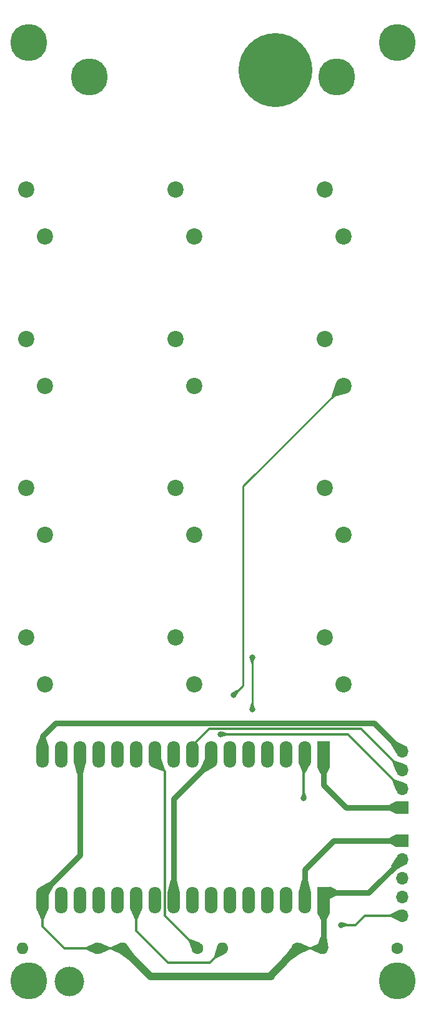
<source format=gbl>
G04 #@! TF.GenerationSoftware,KiCad,Pcbnew,7.0.5*
G04 #@! TF.CreationDate,2023-07-05T20:45:45+08:00*
G04 #@! TF.ProjectId,exMoudle,65784d6f-7564-46c6-952e-6b696361645f,rev?*
G04 #@! TF.SameCoordinates,PX4433b78PY969def3*
G04 #@! TF.FileFunction,Copper,L2,Bot*
G04 #@! TF.FilePolarity,Positive*
%FSLAX45Y45*%
G04 Gerber Fmt 4.5, Leading zero omitted, Abs format (unit mm)*
G04 Created by KiCad (PCBNEW 7.0.5) date 2023-07-05 20:45:45*
%MOMM*%
%LPD*%
G01*
G04 APERTURE LIST*
G04 #@! TA.AperFunction,ComponentPad*
%ADD10C,2.200000*%
G04 #@! TD*
G04 #@! TA.AperFunction,ComponentPad*
%ADD11C,1.600000*%
G04 #@! TD*
G04 #@! TA.AperFunction,ComponentPad*
%ADD12O,1.600000X1.600000*%
G04 #@! TD*
G04 #@! TA.AperFunction,ComponentPad*
%ADD13C,5.000000*%
G04 #@! TD*
G04 #@! TA.AperFunction,ComponentPad*
%ADD14R,1.700000X1.700000*%
G04 #@! TD*
G04 #@! TA.AperFunction,ComponentPad*
%ADD15O,1.700000X1.700000*%
G04 #@! TD*
G04 #@! TA.AperFunction,ComponentPad*
%ADD16R,1.712000X3.644000*%
G04 #@! TD*
G04 #@! TA.AperFunction,ComponentPad*
%ADD17O,1.712000X3.644000*%
G04 #@! TD*
G04 #@! TA.AperFunction,ComponentPad*
%ADD18O,1.700000X3.644000*%
G04 #@! TD*
G04 #@! TA.AperFunction,ViaPad*
%ADD19C,4.000000*%
G04 #@! TD*
G04 #@! TA.AperFunction,ViaPad*
%ADD20C,5.000000*%
G04 #@! TD*
G04 #@! TA.AperFunction,ViaPad*
%ADD21C,10.000000*%
G04 #@! TD*
G04 #@! TA.AperFunction,ViaPad*
%ADD22C,0.800000*%
G04 #@! TD*
G04 #@! TA.AperFunction,Conductor*
%ADD23C,0.800000*%
G04 #@! TD*
G04 #@! TA.AperFunction,Conductor*
%ADD24C,0.300000*%
G04 #@! TD*
G04 #@! TA.AperFunction,Conductor*
%ADD25C,1.000000*%
G04 #@! TD*
G04 #@! TA.AperFunction,Conductor*
%ADD26C,0.250000*%
G04 #@! TD*
G04 APERTURE END LIST*
D10*
G04 #@! TO.P,SW10,1,1*
G04 #@! TO.N,unconnected-(SW10-Pad1)*
X-2528000Y11014000D03*
G04 #@! TO.P,SW10,2,2*
G04 #@! TO.N,Net-(J1-GPIO5)*
X-2274000Y10379000D03*
G04 #@! TD*
G04 #@! TO.P,SW7,1,1*
G04 #@! TO.N,unconnected-(SW7-Pad1)*
X-2528000Y8994000D03*
G04 #@! TO.P,SW7,2,2*
G04 #@! TO.N,Net-(J1-GPIO4)*
X-2274000Y8359000D03*
G04 #@! TD*
D11*
G04 #@! TO.P,R3,1*
G04 #@! TO.N,GND*
X-1563500Y743830D03*
D12*
G04 #@! TO.P,R3,2*
G04 #@! TO.N,Net-(J1-GPIO13)*
X-2579500Y743830D03*
G04 #@! TD*
D13*
G04 #@! TO.P,REF\u002A\u002A,1*
G04 #@! TO.N,N/C*
X2500000Y13000000D03*
G04 #@! TD*
D10*
G04 #@! TO.P,SW9,1,1*
G04 #@! TO.N,unconnected-(SW9-Pad1)*
X1512000Y8994000D03*
G04 #@! TO.P,SW9,2,2*
G04 #@! TO.N,Net-(J1-GPIO5)*
X1766000Y8359000D03*
G04 #@! TD*
G04 #@! TO.P,SW6,1,1*
G04 #@! TO.N,unconnected-(SW6-Pad1)*
X1512000Y6974000D03*
G04 #@! TO.P,SW6,2,2*
G04 #@! TO.N,Net-(J1-GPIO4)*
X1766000Y6339000D03*
G04 #@! TD*
G04 #@! TO.P,SW1,1,1*
G04 #@! TO.N,unconnected-(SW1-Pad1)*
X-2528000Y4954000D03*
G04 #@! TO.P,SW1,2,2*
G04 #@! TO.N,Net-(J1-GPIO3)*
X-2274000Y4319000D03*
G04 #@! TD*
D11*
G04 #@! TO.P,R4,1*
G04 #@! TO.N,Net-(J1-GPIO8)*
X-208833Y743830D03*
D12*
G04 #@! TO.P,R4,2*
G04 #@! TO.N,GND*
X-1224833Y743830D03*
G04 #@! TD*
D10*
G04 #@! TO.P,SW11,1,1*
G04 #@! TO.N,unconnected-(SW11-Pad1)*
X-508000Y11014000D03*
G04 #@! TO.P,SW11,2,2*
G04 #@! TO.N,Net-(J1-GPIO5)*
X-254000Y10379000D03*
G04 #@! TD*
G04 #@! TO.P,SW4,1,1*
G04 #@! TO.N,unconnected-(SW4-Pad1)*
X-2528000Y6974000D03*
G04 #@! TO.P,SW4,2,2*
G04 #@! TO.N,Net-(J1-GPIO3)*
X-2274000Y6339000D03*
G04 #@! TD*
G04 #@! TO.P,SW5,1,1*
G04 #@! TO.N,unconnected-(SW5-Pad1)*
X-508000Y6974000D03*
G04 #@! TO.P,SW5,2,2*
G04 #@! TO.N,Net-(J1-GPIO4)*
X-254000Y6339000D03*
G04 #@! TD*
G04 #@! TO.P,SW8,1,1*
G04 #@! TO.N,unconnected-(SW8-Pad1)*
X-508000Y8994000D03*
G04 #@! TO.P,SW8,2,2*
G04 #@! TO.N,Net-(J1-GPIO4)*
X-254000Y8359000D03*
G04 #@! TD*
D11*
G04 #@! TO.P,R2,1*
G04 #@! TO.N,GND*
X1145833Y743830D03*
D12*
G04 #@! TO.P,R2,2*
G04 #@! TO.N,Net-(J1-GPIO12)*
X129833Y743830D03*
G04 #@! TD*
D13*
G04 #@! TO.P,REF\u002A\u002A,1*
G04 #@! TO.N,/touch_pad*
X-2500000Y300000D03*
G04 #@! TD*
G04 #@! TO.P,REF\u002A\u002A,1*
G04 #@! TO.N,N/C*
X2500000Y300000D03*
G04 #@! TD*
G04 #@! TO.P,REF\u002A\u002A,1*
G04 #@! TO.N,N/C*
X-2500000Y13000000D03*
G04 #@! TD*
D14*
G04 #@! TO.P,J3,1,Pin_1*
G04 #@! TO.N,Net-(J1-3v3)*
X2564000Y2204330D03*
D15*
G04 #@! TO.P,J3,2,Pin_2*
G04 #@! TO.N,GND*
X2564000Y1950330D03*
G04 #@! TO.P,J3,3,Pin_3*
G04 #@! TO.N,/Lidar_TX*
X2564000Y1696330D03*
G04 #@! TO.P,J3,4,Pin_4*
G04 #@! TO.N,/Lidar_RX*
X2564000Y1442330D03*
G04 #@! TO.P,J3,5,Pin_5*
G04 #@! TO.N,Net-(J1-GPIO015)*
X2564000Y1188330D03*
G04 #@! TD*
D10*
G04 #@! TO.P,SW2,1,1*
G04 #@! TO.N,unconnected-(SW2-Pad1)*
X-508000Y4954000D03*
G04 #@! TO.P,SW2,2,2*
G04 #@! TO.N,Net-(J1-GPIO3)*
X-254000Y4319000D03*
G04 #@! TD*
G04 #@! TO.P,SW3,1,1*
G04 #@! TO.N,unconnected-(SW3-Pad1)*
X1512000Y4954000D03*
G04 #@! TO.P,SW3,2,2*
G04 #@! TO.N,Net-(J1-GPIO3)*
X1766000Y4319000D03*
G04 #@! TD*
D11*
G04 #@! TO.P,R1,1*
G04 #@! TO.N,Net-(J1-GPIO9)*
X2500500Y743830D03*
D12*
G04 #@! TO.P,R1,2*
G04 #@! TO.N,GND*
X1484500Y743830D03*
G04 #@! TD*
D10*
G04 #@! TO.P,SW12,1,1*
G04 #@! TO.N,unconnected-(SW12-Pad1)*
X1512000Y11014000D03*
G04 #@! TO.P,SW12,2,2*
G04 #@! TO.N,Net-(J1-GPIO5)*
X1766000Y10379000D03*
G04 #@! TD*
D16*
G04 #@! TO.P,J1,1,GND*
G04 #@! TO.N,GND*
X1499400Y3371530D03*
D17*
G04 #@! TO.P,J1,2,GPIO1*
G04 #@! TO.N,/Lidar_RX*
X1245400Y3371530D03*
G04 #@! TO.P,J1,3,GPIO2*
G04 #@! TO.N,/Lidar_TX*
X991400Y3371530D03*
D18*
G04 #@! TO.P,J1,4,GPIO3*
G04 #@! TO.N,Net-(J1-GPIO3)*
X738000Y3371530D03*
G04 #@! TO.P,J1,5,GPIO4*
G04 #@! TO.N,Net-(J1-GPIO4)*
X484000Y3371530D03*
G04 #@! TO.P,J1,6,GPIO5*
G04 #@! TO.N,Net-(J1-GPIO5)*
X230000Y3371530D03*
G04 #@! TO.P,J1,7,GND*
G04 #@! TO.N,GND*
X-24000Y3371530D03*
G04 #@! TO.P,J1,8,UART2_TX*
G04 #@! TO.N,/FR_RX*
X-278000Y3371530D03*
G04 #@! TO.P,J1,9,UART2_RX*
G04 #@! TO.N,/FR_TX*
X-532000Y3371530D03*
G04 #@! TO.P,J1,10,GPIO8*
G04 #@! TO.N,Net-(J1-GPIO8)*
X-786000Y3371530D03*
G04 #@! TO.P,J1,11,GPIO9*
G04 #@! TO.N,Net-(J1-GPIO9)*
X-1040000Y3371530D03*
G04 #@! TO.P,J1,12,REST*
G04 #@! TO.N,unconnected-(J1-REST-Pad12)*
X-1294000Y3371530D03*
G04 #@! TO.P,J1,13,3V3*
G04 #@! TO.N,unconnected-(J1-3V3-Pad13)*
X-1548000Y3371530D03*
G04 #@! TO.P,J1,14,GND*
G04 #@! TO.N,GND*
X-1802000Y3371530D03*
G04 #@! TO.P,J1,15,PWB*
G04 #@! TO.N,unconnected-(J1-PWB-Pad15)*
X-2056000Y3371530D03*
G04 #@! TO.P,J1,16,5V*
G04 #@! TO.N,+5V*
X-2310000Y3371530D03*
D16*
G04 #@! TO.P,J1,17,GND*
G04 #@! TO.N,GND*
X1499400Y1399130D03*
D17*
G04 #@! TO.P,J1,18,3v3*
G04 #@! TO.N,Net-(J1-3v3)*
X1245400Y1399130D03*
G04 #@! TO.P,J1,19,GPIO18*
G04 #@! TO.N,unconnected-(J1-GPIO18-Pad19)*
X991400Y1399130D03*
G04 #@! TO.P,J1,20,GPIO17*
G04 #@! TO.N,unconnected-(J1-GPIO17-Pad20)*
X737400Y1399130D03*
D18*
G04 #@! TO.P,J1,21,GPIO16*
G04 #@! TO.N,unconnected-(J1-GPIO16-Pad21)*
X484000Y1399130D03*
G04 #@! TO.P,J1,22,GPIO015*
G04 #@! TO.N,Net-(J1-GPIO015)*
X230000Y1399130D03*
D17*
G04 #@! TO.P,J1,23,GPIO014*
G04 #@! TO.N,/touch_pad*
X-24600Y1399130D03*
D18*
G04 #@! TO.P,J1,24,GPIO13*
G04 #@! TO.N,Net-(J1-GPIO13)*
X-278000Y1399130D03*
G04 #@! TO.P,J1,25,GND*
G04 #@! TO.N,GND*
X-532000Y1399130D03*
G04 #@! TO.P,J1,26,3V3*
G04 #@! TO.N,unconnected-(J1-3V3-Pad26)*
X-786000Y1399130D03*
G04 #@! TO.P,J1,27,GPIO12*
G04 #@! TO.N,Net-(J1-GPIO12)*
X-1040000Y1399130D03*
G04 #@! TO.P,J1,28,GPIO11*
G04 #@! TO.N,unconnected-(J1-GPIO11-Pad28)*
X-1294000Y1399130D03*
G04 #@! TO.P,J1,29,GPIO10*
G04 #@! TO.N,unconnected-(J1-GPIO10-Pad29)*
X-1548000Y1399130D03*
G04 #@! TO.P,J1,30,GPIO0*
G04 #@! TO.N,unconnected-(J1-GPIO0-Pad30)*
X-1802000Y1399130D03*
G04 #@! TO.P,J1,31,5V*
G04 #@! TO.N,unconnected-(J1-5V-Pad31)*
X-2056000Y1399130D03*
G04 #@! TO.P,J1,32,GND*
G04 #@! TO.N,GND*
X-2310000Y1399130D03*
G04 #@! TD*
D14*
G04 #@! TO.P,J2,1,Pin_1*
G04 #@! TO.N,GND*
X2564000Y2648830D03*
D15*
G04 #@! TO.P,J2,2,Pin_2*
G04 #@! TO.N,/FR_TX*
X2564000Y2902830D03*
G04 #@! TO.P,J2,3,Pin_3*
G04 #@! TO.N,/FR_RX*
X2564000Y3156830D03*
G04 #@! TO.P,J2,4,Pin_4*
G04 #@! TO.N,+5V*
X2564000Y3410830D03*
G04 #@! TD*
D19*
G04 #@! TO.N,/touch_pad*
X-1944500Y299330D03*
D20*
G04 #@! TO.N,GND*
X-1675000Y12535000D03*
X1675000Y12535000D03*
D21*
X849500Y12634500D03*
D22*
G04 #@! TO.N,Net-(J1-GPIO4)*
X532000Y3982330D03*
X532000Y4680830D03*
G04 #@! TO.N,Net-(J1-GPIO5)*
X278000Y4172830D03*
G04 #@! TO.N,Net-(J1-GPIO015)*
X1738500Y1061330D03*
G04 #@! TO.N,/Lidar_RX*
X1230500Y2775830D03*
G04 #@! TO.N,/FR_TX*
X103500Y3641880D03*
G04 #@! TD*
D23*
G04 #@! TO.N,+5V*
X2183000Y3791830D02*
X-2135000Y3791830D01*
X-2135000Y3791830D02*
X-2310000Y3616830D01*
X-2310000Y3616830D02*
X-2310000Y3274330D01*
X2564000Y3410830D02*
X2183000Y3791830D01*
G04 #@! TO.N,GND*
X1802000Y2648830D02*
X1500000Y2950830D01*
X-2310000Y1496330D02*
X-1802000Y2004330D01*
D24*
X-2310000Y1036830D02*
X-2310000Y1496330D01*
D23*
X-1802000Y2004330D02*
X-1802000Y3274330D01*
X1500000Y759330D02*
X1484500Y743830D01*
X-532000Y2766330D02*
X-532000Y1496330D01*
D25*
X786000Y362830D02*
X786000Y383997D01*
D23*
X-24000Y3274330D02*
X-532000Y2766330D01*
X2110000Y1496330D02*
X1500000Y1496330D01*
D24*
X-2017000Y743830D02*
X-2310000Y1036830D01*
X-1563500Y743830D02*
X-1224833Y743830D01*
D23*
X2564000Y1950330D02*
X2110000Y1496330D01*
D25*
X-843833Y362830D02*
X786000Y362830D01*
D23*
X1500000Y2950830D02*
X1500000Y3274330D01*
D24*
X-1563500Y743830D02*
X-2017000Y743830D01*
D25*
X786000Y383997D02*
X1145833Y743830D01*
D23*
X2564000Y2648830D02*
X1802000Y2648830D01*
D24*
X1145833Y743830D02*
X1484500Y743830D01*
D25*
X-1224833Y743830D02*
X-843833Y362830D01*
D23*
X1500000Y1496330D02*
X1500000Y759330D01*
D26*
G04 #@! TO.N,Net-(J1-GPIO4)*
X532000Y4680830D02*
X532000Y3982330D01*
G04 #@! TO.N,Net-(J1-GPIO5)*
X405000Y6998000D02*
X1766000Y8359000D01*
X405000Y4299830D02*
X405000Y6998000D01*
X278000Y4172830D02*
X405000Y4299830D01*
D23*
G04 #@! TO.N,Net-(J1-3v3)*
X2564000Y2204330D02*
X1637750Y2204330D01*
X1246000Y1812580D02*
X1246000Y1496330D01*
X1637750Y2204330D02*
X1246000Y1812580D01*
D24*
G04 #@! TO.N,Net-(J1-GPIO12)*
X-39500Y553330D02*
X-611000Y553330D01*
X-611000Y553330D02*
X-1040000Y982330D01*
X-1040000Y982330D02*
X-1040000Y1496330D01*
X129833Y743830D02*
X151000Y743830D01*
X151000Y743830D02*
X-39500Y553330D01*
G04 #@! TO.N,Net-(J1-GPIO015)*
X2056000Y1188330D02*
X1929000Y1061330D01*
X1929000Y1061330D02*
X1738500Y1061330D01*
X2564000Y1188330D02*
X2056000Y1188330D01*
G04 #@! TO.N,/Lidar_RX*
X1230500Y2775830D02*
X1230500Y3258830D01*
X1230500Y3258830D02*
X1246000Y3274330D01*
G04 #@! TO.N,/FR_RX*
X-51000Y3716830D02*
X-278000Y3489830D01*
X-278000Y3489830D02*
X-278000Y3274330D01*
X2004000Y3716830D02*
X-51000Y3716830D01*
X2564000Y3156830D02*
X2004000Y3716830D01*
G04 #@! TO.N,/FR_TX*
X1824950Y3641880D02*
X2564000Y2902830D01*
X103500Y3641880D02*
X1824950Y3641880D01*
G04 #@! TO.N,Net-(J1-GPIO8)*
X-208833Y743830D02*
X-652000Y1186997D01*
X-652000Y3140330D02*
X-786000Y3274330D01*
X-652000Y1186997D02*
X-652000Y3140330D01*
G04 #@! TD*
G04 #@! TA.AperFunction,Conductor*
G04 #@! TO.N,+5V*
G36*
X-2321549Y3659350D02*
G01*
X-2266424Y3604225D01*
X-2266143Y3603772D01*
X-2231599Y3501637D01*
X-2231601Y3500880D01*
X-2308927Y3277564D01*
X-2309521Y3276894D01*
X-2310415Y3276841D01*
X-2311085Y3277435D01*
X-2311146Y3277587D01*
X-2383388Y3501258D01*
X-2384933Y3506043D01*
X-2384904Y3506840D01*
X-2323461Y3658961D01*
X-2322833Y3659599D01*
X-2321938Y3659607D01*
X-2321549Y3659350D01*
G37*
G04 #@! TD.AperFunction*
G04 #@! TD*
G04 #@! TA.AperFunction,Conductor*
G04 #@! TO.N,GND*
G36*
X-1593666Y816659D02*
G01*
X-1593650Y816623D01*
X-1563587Y744279D01*
X-1563586Y743384D01*
X-1563586Y743381D01*
X-1563587Y743381D01*
X-1593650Y671037D01*
X-1594284Y670404D01*
X-1595180Y670405D01*
X-1595216Y670421D01*
X-1722815Y728518D01*
X-1723426Y729173D01*
X-1723500Y729583D01*
X-1723500Y758077D01*
X-1723157Y758904D01*
X-1722815Y759142D01*
X-1595215Y817239D01*
X-1594321Y817270D01*
X-1593666Y816659D01*
G37*
G04 #@! TD.AperFunction*
G04 #@! TD*
G04 #@! TA.AperFunction,Conductor*
G04 #@! TO.N,GND*
G36*
X1090096Y799541D02*
G01*
X1090262Y799404D01*
X1145905Y743900D01*
X1201407Y688258D01*
X1201749Y687431D01*
X1201405Y686604D01*
X1201240Y686466D01*
X1068853Y595886D01*
X1067977Y595702D01*
X1067365Y596024D01*
X998027Y665362D01*
X997685Y666189D01*
X997889Y666850D01*
X1011311Y686466D01*
X1088470Y799237D01*
X1089220Y799726D01*
X1090096Y799541D01*
G37*
G04 #@! TD.AperFunction*
G04 #@! TD*
G04 #@! TA.AperFunction,Conductor*
G04 #@! TO.N,GND*
G36*
X-2217449Y1644195D02*
G01*
X-2162104Y1588850D01*
X-2161761Y1588023D01*
X-2161884Y1587500D01*
X-2224513Y1462096D01*
X-2225190Y1461509D01*
X-2226007Y1461538D01*
X-2309622Y1496074D01*
X-2310255Y1496706D01*
X-2342132Y1573901D01*
X-2342132Y1574797D01*
X-2341625Y1575368D01*
X-2218849Y1644388D01*
X-2217960Y1644494D01*
X-2217449Y1644195D01*
G37*
G04 #@! TD.AperFunction*
G04 #@! TD*
G04 #@! TA.AperFunction,Conductor*
G04 #@! TO.N,GND*
G36*
X1177513Y817255D02*
G01*
X1177546Y817240D01*
X1305148Y759142D01*
X1305759Y758487D01*
X1305833Y758077D01*
X1305833Y729583D01*
X1305491Y728755D01*
X1305148Y728518D01*
X1177549Y670421D01*
X1176654Y670390D01*
X1175999Y671001D01*
X1175985Y671033D01*
X1145920Y743381D01*
X1145919Y744276D01*
X1175984Y816623D01*
X1176618Y817256D01*
X1177513Y817255D01*
G37*
G04 #@! TD.AperFunction*
G04 #@! TD*
G04 #@! TA.AperFunction,Conductor*
G04 #@! TO.N,Net-(J1-GPIO8)*
G36*
X-701282Y3309051D02*
G01*
X-700650Y3308417D01*
X-700616Y3308323D01*
X-655400Y3165406D01*
X-655477Y3164514D01*
X-655688Y3164226D01*
X-675870Y3144044D01*
X-676697Y3143702D01*
X-677101Y3143773D01*
X-817386Y3195380D01*
X-818044Y3195987D01*
X-818080Y3196882D01*
X-818064Y3196925D01*
X-786256Y3273952D01*
X-785624Y3274585D01*
X-702178Y3309052D01*
X-701282Y3309051D01*
G37*
G04 #@! TD.AperFunction*
G04 #@! TD*
G04 #@! TA.AperFunction,Conductor*
G04 #@! TO.N,Net-(J1-GPIO5)*
G36*
X1664969Y8397777D02*
G01*
X1765583Y8359257D01*
X1766233Y8358642D01*
X1766257Y8358583D01*
X1804776Y8257970D01*
X1804752Y8257075D01*
X1804102Y8256459D01*
X1804028Y8256434D01*
X1627020Y8201876D01*
X1626128Y8201960D01*
X1625848Y8202167D01*
X1609167Y8218848D01*
X1608824Y8219675D01*
X1608876Y8220019D01*
X1663434Y8397029D01*
X1664005Y8397718D01*
X1664896Y8397802D01*
X1664969Y8397777D01*
G37*
G04 #@! TD.AperFunction*
G04 #@! TD*
G04 #@! TA.AperFunction,Conductor*
G04 #@! TO.N,GND*
G36*
X1585762Y1580929D02*
G01*
X1669974Y1536659D01*
X1670547Y1535970D01*
X1670600Y1535623D01*
X1670600Y1457032D01*
X1670257Y1456205D01*
X1669980Y1456000D01*
X1585767Y1411139D01*
X1584876Y1411052D01*
X1584387Y1411346D01*
X1539790Y1456205D01*
X1500723Y1495502D01*
X1500383Y1496330D01*
X1500726Y1497155D01*
X1584391Y1580722D01*
X1585218Y1581064D01*
X1585762Y1580929D01*
G37*
G04 #@! TD.AperFunction*
G04 #@! TD*
G04 #@! TA.AperFunction,Conductor*
G04 #@! TO.N,/FR_TX*
G36*
X2455100Y3033386D02*
G01*
X2587129Y2984817D01*
X2595386Y2981780D01*
X2596044Y2981172D01*
X2596080Y2980278D01*
X2596064Y2980235D01*
X2564256Y2903208D01*
X2563624Y2902575D01*
X2563621Y2902574D01*
X2486595Y2870766D01*
X2485699Y2870767D01*
X2485067Y2871401D01*
X2485050Y2871444D01*
X2473365Y2903208D01*
X2433444Y3011729D01*
X2433480Y3012624D01*
X2433714Y3012960D01*
X2453870Y3033116D01*
X2454697Y3033458D01*
X2455100Y3033386D01*
G37*
G04 #@! TD.AperFunction*
G04 #@! TD*
G04 #@! TA.AperFunction,Conductor*
G04 #@! TO.N,GND*
G36*
X-1801552Y3274244D02*
G01*
X-1724428Y3242200D01*
X-1723795Y3241566D01*
X-1723750Y3240803D01*
X-1761761Y3105184D01*
X-1762314Y3104480D01*
X-1762887Y3104330D01*
X-1841113Y3104330D01*
X-1841940Y3104673D01*
X-1842239Y3105184D01*
X-1880250Y3240803D01*
X-1880143Y3241692D01*
X-1879572Y3242200D01*
X-1802449Y3274243D01*
X-1801553Y3274244D01*
X-1801552Y3274244D01*
G37*
G04 #@! TD.AperFunction*
G04 #@! TD*
G04 #@! TA.AperFunction,Conductor*
G04 #@! TO.N,GND*
G36*
X1500825Y3273604D02*
G01*
X1584391Y3189939D01*
X1584734Y3189112D01*
X1584599Y3188568D01*
X1540329Y3104355D01*
X1539641Y3103783D01*
X1539293Y3103730D01*
X1460702Y3103730D01*
X1459875Y3104073D01*
X1459670Y3104350D01*
X1414809Y3188563D01*
X1414722Y3189454D01*
X1415016Y3189942D01*
X1499172Y3273607D01*
X1500000Y3273947D01*
X1500825Y3273604D01*
G37*
G04 #@! TD.AperFunction*
G04 #@! TD*
G04 #@! TA.AperFunction,Conductor*
G04 #@! TO.N,GND*
G36*
X1454334Y816659D02*
G01*
X1454349Y816623D01*
X1484413Y744279D01*
X1484414Y743384D01*
X1484413Y743381D01*
X1484413Y743381D01*
X1454349Y671037D01*
X1453716Y670404D01*
X1452820Y670405D01*
X1452784Y670421D01*
X1325185Y728518D01*
X1324574Y729173D01*
X1324500Y729583D01*
X1324500Y758077D01*
X1324843Y758904D01*
X1325185Y759142D01*
X1452784Y817239D01*
X1453679Y817270D01*
X1454334Y816659D01*
G37*
G04 #@! TD.AperFunction*
G04 #@! TD*
G04 #@! TA.AperFunction,Conductor*
G04 #@! TO.N,GND*
G36*
X1501029Y1492970D02*
G01*
X1501115Y1492762D01*
X1584860Y1217390D01*
X1584776Y1216505D01*
X1540329Y1131956D01*
X1539641Y1131383D01*
X1539293Y1131330D01*
X1460702Y1131330D01*
X1459875Y1131673D01*
X1459670Y1131950D01*
X1446608Y1156470D01*
X1414628Y1216502D01*
X1414542Y1217393D01*
X1498877Y1492764D01*
X1499447Y1493455D01*
X1500339Y1493540D01*
X1501029Y1492970D01*
G37*
G04 #@! TD.AperFunction*
G04 #@! TD*
G04 #@! TA.AperFunction,Conductor*
G04 #@! TO.N,Net-(J1-GPIO12)*
G36*
X-1038948Y1493362D02*
G01*
X-1038894Y1493233D01*
X-961624Y1269847D01*
X-961668Y1268974D01*
X-1024686Y1132609D01*
X-1025344Y1132002D01*
X-1025748Y1131930D01*
X-1054252Y1131930D01*
X-1055079Y1132273D01*
X-1055314Y1132609D01*
X-1118332Y1268974D01*
X-1118376Y1269847D01*
X-1041106Y1493233D01*
X-1040511Y1493903D01*
X-1039617Y1493957D01*
X-1038948Y1493362D01*
G37*
G04 #@! TD.AperFunction*
G04 #@! TD*
G04 #@! TA.AperFunction,Conductor*
G04 #@! TO.N,GND*
G36*
X2486428Y1982462D02*
G01*
X2563622Y1950586D01*
X2564255Y1949954D01*
X2564256Y1949951D01*
X2596132Y1872758D01*
X2596131Y1871863D01*
X2595624Y1871292D01*
X2472849Y1802272D01*
X2471960Y1802166D01*
X2471449Y1802465D01*
X2416135Y1857779D01*
X2415792Y1858606D01*
X2415942Y1859179D01*
X2484962Y1981954D01*
X2485666Y1982507D01*
X2486428Y1982462D01*
G37*
G04 #@! TD.AperFunction*
G04 #@! TD*
G04 #@! TA.AperFunction,Conductor*
G04 #@! TO.N,GND*
G36*
X1539826Y900404D02*
G01*
X1540154Y899757D01*
X1564289Y745179D01*
X1564078Y744308D01*
X1563314Y743842D01*
X1563135Y743828D01*
X1484734Y743730D01*
X1484284Y743820D01*
X1463103Y752622D01*
X1411648Y774005D01*
X1411015Y774639D01*
X1411007Y775512D01*
X1459709Y900003D01*
X1460330Y900649D01*
X1460799Y900747D01*
X1538998Y900747D01*
X1539826Y900404D01*
G37*
G04 #@! TD.AperFunction*
G04 #@! TD*
G04 #@! TA.AperFunction,Conductor*
G04 #@! TO.N,Net-(J1-3v3)*
G36*
X1285938Y1666468D02*
G01*
X1286238Y1665954D01*
X1324206Y1529488D01*
X1324097Y1528600D01*
X1323523Y1528093D01*
X1246441Y1496411D01*
X1245558Y1496409D01*
X1167292Y1528093D01*
X1166654Y1528721D01*
X1166606Y1529500D01*
X1205757Y1665963D01*
X1206314Y1666664D01*
X1206882Y1666811D01*
X1285111Y1666811D01*
X1285938Y1666468D01*
G37*
G04 #@! TD.AperFunction*
G04 #@! TD*
G04 #@! TA.AperFunction,Conductor*
G04 #@! TO.N,GND*
G36*
X-1167607Y799402D02*
G01*
X-1167470Y799236D01*
X-1076890Y666850D01*
X-1076705Y665973D01*
X-1077028Y665362D01*
X-1146365Y596024D01*
X-1147192Y595682D01*
X-1147853Y595886D01*
X-1280240Y686466D01*
X-1280729Y687216D01*
X-1280545Y688093D01*
X-1280408Y688258D01*
X-1224904Y743901D01*
X-1169262Y799404D01*
X-1168434Y799746D01*
X-1167607Y799402D01*
G37*
G04 #@! TD.AperFunction*
G04 #@! TD*
G04 #@! TA.AperFunction,Conductor*
G04 #@! TO.N,GND*
G36*
X-2308948Y1493362D02*
G01*
X-2308894Y1493233D01*
X-2231624Y1269847D01*
X-2231668Y1268974D01*
X-2294686Y1132609D01*
X-2295344Y1132002D01*
X-2295748Y1131930D01*
X-2324252Y1131930D01*
X-2325079Y1132273D01*
X-2325314Y1132609D01*
X-2388332Y1268974D01*
X-2388376Y1269847D01*
X-2311106Y1493233D01*
X-2310511Y1493903D01*
X-2309618Y1493957D01*
X-2308948Y1493362D01*
G37*
G04 #@! TD.AperFunction*
G04 #@! TD*
G04 #@! TA.AperFunction,Conductor*
G04 #@! TO.N,GND*
G36*
X-1531820Y817255D02*
G01*
X-1531787Y817240D01*
X-1404185Y759142D01*
X-1403574Y758487D01*
X-1403500Y758077D01*
X-1403500Y729583D01*
X-1403843Y728755D01*
X-1404185Y728518D01*
X-1531784Y670421D01*
X-1532679Y670390D01*
X-1533334Y671001D01*
X-1533348Y671033D01*
X-1563414Y743381D01*
X-1563415Y744276D01*
X-1533349Y816623D01*
X-1532716Y817256D01*
X-1531820Y817255D01*
G37*
G04 #@! TD.AperFunction*
G04 #@! TD*
G04 #@! TA.AperFunction,Conductor*
G04 #@! TO.N,/Lidar_RX*
G36*
X1246441Y3274248D02*
G01*
X1323241Y3242683D01*
X1323876Y3242051D01*
X1323879Y3241156D01*
X1323807Y3241011D01*
X1245839Y3107274D01*
X1245126Y3106732D01*
X1244828Y3106694D01*
X1216320Y3106694D01*
X1215493Y3107036D01*
X1215220Y3107464D01*
X1166701Y3241112D01*
X1166741Y3242006D01*
X1167361Y3242595D01*
X1245558Y3274251D01*
X1246441Y3274248D01*
G37*
G04 #@! TD.AperFunction*
G04 #@! TD*
G04 #@! TA.AperFunction,Conductor*
G04 #@! TO.N,GND*
G36*
X-1255000Y816659D02*
G01*
X-1254984Y816623D01*
X-1224920Y744279D01*
X-1224919Y743384D01*
X-1224920Y743381D01*
X-1224920Y743381D01*
X-1254984Y671037D01*
X-1255618Y670404D01*
X-1256513Y670405D01*
X-1256549Y670421D01*
X-1384148Y728518D01*
X-1384759Y729173D01*
X-1384833Y729583D01*
X-1384833Y758077D01*
X-1384491Y758904D01*
X-1384148Y759142D01*
X-1256549Y817239D01*
X-1255654Y817270D01*
X-1255000Y816659D01*
G37*
G04 #@! TD.AperFunction*
G04 #@! TD*
G04 #@! TA.AperFunction,Conductor*
G04 #@! TO.N,+5V*
G36*
X2472849Y3558888D02*
G01*
X2517655Y3533699D01*
X2595624Y3489868D01*
X2596178Y3489164D01*
X2596132Y3488401D01*
X2564256Y3411208D01*
X2563624Y3410575D01*
X2563621Y3410574D01*
X2486429Y3378698D01*
X2485533Y3378698D01*
X2484962Y3379206D01*
X2423576Y3488401D01*
X2415942Y3501981D01*
X2415836Y3502870D01*
X2416135Y3503381D01*
X2471449Y3558695D01*
X2472276Y3559038D01*
X2472849Y3558888D01*
G37*
G04 #@! TD.AperFunction*
G04 #@! TD*
G04 #@! TA.AperFunction,Conductor*
G04 #@! TO.N,Net-(J1-GPIO8)*
G36*
X-310659Y867310D02*
G01*
X-179352Y818164D01*
X-178697Y817553D01*
X-178666Y816658D01*
X-178680Y816622D01*
X-208577Y744209D01*
X-209210Y743575D01*
X-209212Y743574D01*
X-281626Y713677D01*
X-282521Y713678D01*
X-283154Y714312D01*
X-283168Y714348D01*
X-321460Y816658D01*
X-332313Y845655D01*
X-332282Y846550D01*
X-332045Y846892D01*
X-311896Y867041D01*
X-311069Y867384D01*
X-310659Y867310D01*
G37*
G04 #@! TD.AperFunction*
G04 #@! TD*
G04 #@! TA.AperFunction,Conductor*
G04 #@! TO.N,/FR_RX*
G36*
X2455100Y3287386D02*
G01*
X2587129Y3238817D01*
X2595386Y3235780D01*
X2596044Y3235172D01*
X2596080Y3234278D01*
X2596064Y3234235D01*
X2564256Y3157208D01*
X2563624Y3156575D01*
X2563621Y3156574D01*
X2486595Y3124766D01*
X2485699Y3124767D01*
X2485067Y3125401D01*
X2485050Y3125444D01*
X2473365Y3157208D01*
X2433444Y3265729D01*
X2433480Y3266624D01*
X2433714Y3266960D01*
X2453870Y3287116D01*
X2454697Y3287458D01*
X2455100Y3287386D01*
G37*
G04 #@! TD.AperFunction*
G04 #@! TD*
G04 #@! TA.AperFunction,Conductor*
G04 #@! TO.N,Net-(J1-GPIO5)*
G36*
X326301Y4237666D02*
G01*
X342836Y4221131D01*
X343178Y4220304D01*
X343075Y4219823D01*
X315421Y4158554D01*
X314768Y4157941D01*
X313909Y4157953D01*
X278380Y4172574D01*
X277746Y4173205D01*
X277744Y4173210D01*
X263123Y4208739D01*
X263125Y4209634D01*
X263724Y4210251D01*
X324993Y4237905D01*
X325888Y4237933D01*
X326301Y4237666D01*
G37*
G04 #@! TD.AperFunction*
G04 #@! TD*
G04 #@! TA.AperFunction,Conductor*
G04 #@! TO.N,Net-(J1-3v3)*
G36*
X2479611Y2288720D02*
G01*
X2563271Y2205158D01*
X2563614Y2204331D01*
X2563272Y2203503D01*
X2563271Y2203502D01*
X2479611Y2119940D01*
X2478783Y2119598D01*
X2478237Y2119734D01*
X2394623Y2164000D01*
X2394052Y2164690D01*
X2394000Y2165034D01*
X2394000Y2243626D01*
X2394343Y2244453D01*
X2394622Y2244659D01*
X2478237Y2288926D01*
X2479128Y2289010D01*
X2479611Y2288720D01*
G37*
G04 #@! TD.AperFunction*
G04 #@! TD*
G04 #@! TA.AperFunction,Conductor*
G04 #@! TO.N,Net-(J1-GPIO015)*
G36*
X1817706Y1076599D02*
G01*
X1818379Y1076009D01*
X1818500Y1075492D01*
X1818500Y1047168D01*
X1818157Y1046341D01*
X1817706Y1046060D01*
X1754842Y1024726D01*
X1753949Y1024785D01*
X1753387Y1025384D01*
X1751718Y1029386D01*
X1738587Y1060880D01*
X1738585Y1061775D01*
X1753387Y1097276D01*
X1754021Y1097908D01*
X1754842Y1097934D01*
X1817706Y1076599D01*
G37*
G04 #@! TD.AperFunction*
G04 #@! TD*
G04 #@! TA.AperFunction,Conductor*
G04 #@! TO.N,Net-(J1-GPIO12)*
G36*
X57160Y773934D02*
G01*
X129454Y744086D01*
X130088Y743454D01*
X130089Y743451D01*
X160027Y670939D01*
X160026Y670043D01*
X159455Y669439D01*
X40740Y611971D01*
X39846Y611919D01*
X39403Y612196D01*
X19253Y632347D01*
X18910Y633174D01*
X18948Y633471D01*
X28382Y669439D01*
X55583Y773149D01*
X56124Y773862D01*
X57011Y773984D01*
X57160Y773934D01*
G37*
G04 #@! TD.AperFunction*
G04 #@! TD*
G04 #@! TA.AperFunction,Conductor*
G04 #@! TO.N,/FR_TX*
G36*
X182706Y3657149D02*
G01*
X183379Y3656559D01*
X183500Y3656041D01*
X183500Y3627718D01*
X183157Y3626891D01*
X182706Y3626610D01*
X119842Y3605276D01*
X118949Y3605335D01*
X118387Y3605934D01*
X116718Y3609936D01*
X103587Y3641430D01*
X103585Y3642325D01*
X118387Y3677826D01*
X119021Y3678458D01*
X119842Y3678484D01*
X182706Y3657149D01*
G37*
G04 #@! TD.AperFunction*
G04 #@! TD*
G04 #@! TA.AperFunction,Conductor*
G04 #@! TO.N,GND*
G36*
X-107993Y3309122D02*
G01*
X-24378Y3274586D01*
X-23745Y3273954D01*
X-23744Y3273951D01*
X8132Y3196758D01*
X8131Y3195863D01*
X7624Y3195292D01*
X-115151Y3126272D01*
X-116040Y3126166D01*
X-116551Y3126465D01*
X-171896Y3181810D01*
X-172239Y3182637D01*
X-172116Y3183160D01*
X-165325Y3196758D01*
X-109487Y3308564D01*
X-108810Y3309151D01*
X-107993Y3309122D01*
G37*
G04 #@! TD.AperFunction*
G04 #@! TD*
G04 #@! TA.AperFunction,Conductor*
G04 #@! TO.N,/Lidar_RX*
G36*
X1245489Y2855487D02*
G01*
X1245770Y2855036D01*
X1267104Y2792173D01*
X1267045Y2791279D01*
X1266446Y2790717D01*
X1230950Y2775918D01*
X1230055Y2775916D01*
X1217560Y2781125D01*
X1194554Y2790717D01*
X1193922Y2791351D01*
X1193896Y2792172D01*
X1215231Y2855036D01*
X1215821Y2855709D01*
X1216338Y2855830D01*
X1244662Y2855830D01*
X1245489Y2855487D01*
G37*
G04 #@! TD.AperFunction*
G04 #@! TD*
G04 #@! TA.AperFunction,Conductor*
G04 #@! TO.N,Net-(J1-GPIO015)*
G36*
X2531920Y1265778D02*
G01*
X2531939Y1265736D01*
X2563913Y1188779D01*
X2563914Y1187883D01*
X2563913Y1187881D01*
X2531939Y1110924D01*
X2531305Y1110291D01*
X2530409Y1110292D01*
X2530367Y1110311D01*
X2394679Y1173016D01*
X2394072Y1173674D01*
X2394000Y1174078D01*
X2394000Y1202582D01*
X2394343Y1203409D01*
X2394679Y1203644D01*
X2530367Y1266349D01*
X2531262Y1266385D01*
X2531920Y1265778D01*
G37*
G04 #@! TD.AperFunction*
G04 #@! TD*
G04 #@! TA.AperFunction,Conductor*
G04 #@! TO.N,GND*
G36*
X2479611Y2733220D02*
G01*
X2563271Y2649658D01*
X2563614Y2648831D01*
X2563272Y2648003D01*
X2563271Y2648002D01*
X2479611Y2564440D01*
X2478783Y2564098D01*
X2478237Y2564234D01*
X2394623Y2608500D01*
X2394052Y2609190D01*
X2394000Y2609534D01*
X2394000Y2688126D01*
X2394343Y2688953D01*
X2394622Y2689159D01*
X2478237Y2733426D01*
X2479128Y2733510D01*
X2479611Y2733220D01*
G37*
G04 #@! TD.AperFunction*
G04 #@! TD*
G04 #@! TA.AperFunction,Conductor*
G04 #@! TO.N,Net-(J1-GPIO4)*
G36*
X544519Y4061987D02*
G01*
X544786Y4061574D01*
X568555Y3998695D01*
X568527Y3997800D01*
X567911Y3997202D01*
X532450Y3982418D01*
X531555Y3982416D01*
X515455Y3989128D01*
X496089Y3997202D01*
X495457Y3997837D01*
X495445Y3998695D01*
X519214Y4061574D01*
X519827Y4062226D01*
X520308Y4062330D01*
X543692Y4062330D01*
X544519Y4061987D01*
G37*
G04 #@! TD.AperFunction*
G04 #@! TD*
G04 #@! TA.AperFunction,Conductor*
G04 #@! TO.N,GND*
G36*
X-492060Y1665987D02*
G01*
X-491761Y1665476D01*
X-453750Y1529856D01*
X-453857Y1528967D01*
X-454428Y1528460D01*
X-531551Y1496416D01*
X-532447Y1496416D01*
X-532449Y1496416D01*
X-609572Y1528460D01*
X-610205Y1529094D01*
X-610250Y1529856D01*
X-572240Y1665476D01*
X-571686Y1666180D01*
X-571113Y1666330D01*
X-492887Y1666330D01*
X-492060Y1665987D01*
G37*
G04 #@! TD.AperFunction*
G04 #@! TD*
G04 #@! TA.AperFunction,Conductor*
G04 #@! TO.N,Net-(J1-GPIO4)*
G36*
X567911Y4665958D02*
G01*
X568543Y4665323D01*
X568555Y4664464D01*
X544786Y4601586D01*
X544173Y4600934D01*
X543692Y4600830D01*
X520308Y4600830D01*
X519481Y4601173D01*
X519214Y4601586D01*
X495445Y4664464D01*
X495473Y4665359D01*
X496089Y4665958D01*
X531550Y4680742D01*
X532445Y4680744D01*
X567911Y4665958D01*
G37*
G04 #@! TD.AperFunction*
G04 #@! TD*
M02*

</source>
